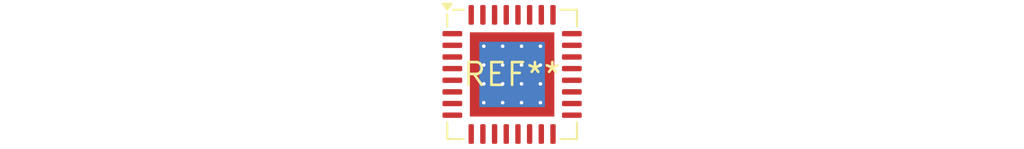
<source format=kicad_pcb>
(kicad_pcb (version 20240108) (generator pcbnew)
  (layers (0 "F.Cu" signal) (31 "B.Cu" signal) (34 "B.Paste" user) (35 "F.Paste" user) (36 "B.SilkS" user "B.Silkscreen") (37 "F.SilkS" user "F.Silkscreen") (38 "B.Mask" user) (39 "F.Mask" user) (44 "Edge.Cuts" user))
  (net 0 "")
  (footprint "QFN-32-1EP_7x7mm_P0.65mm_EP4.7x4.7mm_ThermalVias" (layer "F.Cu") (at 0 0)
    (property "Reference" "REF**")
    (property "Value" "QFN-32-1EP_7x7mm_P0.65mm_EP4.7x4.7mm_ThermalVias")
    (fp_line (start -3.61 -2.685) (end -3.61 -3.37) (layer "F.SilkS") (stroke (width 0.12)))
    (fp_line (start -3.61 3.61) (end -3.61 2.685) (layer "F.SilkS") (stroke (width 0.12)))
    (fp_line (start -2.685 -3.61) (end -3.31 -3.61) (layer "F.SilkS") (stroke (width 0.12)))
    (fp_line (start -2.685 3.61) (end -3.61 3.61) (layer "F.SilkS") (stroke (width 0.12)))
    (fp_line (start 2.685 -3.61) (end 3.61 -3.61) (layer "F.SilkS") (stroke (width 0.12)))
    (fp_line (start 2.685 3.61) (end 3.61 3.61) (layer "F.SilkS") (stroke (width 0.12)))
    (fp_line (start 3.61 -3.61) (end 3.61 -2.685) (layer "F.SilkS") (stroke (width 0.12)))
    (fp_line (start 3.61 3.61) (end 3.61 2.685) (layer "F.SilkS") (stroke (width 0.12)))
    (fp_poly (pts (xy -3.61 -3.61) (xy -3.85 -3.94) (xy -3.37 -3.94) (xy -3.61 -3.61)) (layer "F.SilkS") (stroke (width 0.12)) (fill solid))
    (pad "1" smd roundrect (at -3.325 -2.275) (size 1.1 0.3) (layers "F.Cu" "F.Paste" "F.Mask"))
    (pad "2" smd roundrect (at -3.325 -1.625) (size 1.1 0.3) (layers "F.Cu" "F.Paste" "F.Mask"))
    (pad "3" smd roundrect (at -3.325 -0.975) (size 1.1 0.3) (layers "F.Cu" "F.Paste" "F.Mask"))
    (pad "4" smd roundrect (at -3.325 -0.325) (size 1.1 0.3) (layers "F.Cu" "F.Paste" "F.Mask"))
    (pad "5" smd roundrect (at -3.325 0.325) (size 1.1 0.3) (layers "F.Cu" "F.Paste" "F.Mask"))
    (pad "6" smd roundrect (at -3.325 0.975) (size 1.1 0.3) (layers "F.Cu" "F.Paste" "F.Mask"))
    (pad "7" smd roundrect (at -3.325 1.625) (size 1.1 0.3) (layers "F.Cu" "F.Paste" "F.Mask"))
    (pad "8" smd roundrect (at -3.325 2.275) (size 1.1 0.3) (layers "F.Cu" "F.Paste" "F.Mask"))
    (pad "9" smd roundrect (at -2.275 3.325) (size 0.3 1.1) (layers "F.Cu" "F.Paste" "F.Mask"))
    (pad "10" smd roundrect (at -1.625 3.325) (size 0.3 1.1) (layers "F.Cu" "F.Paste" "F.Mask"))
    (pad "11" smd roundrect (at -0.975 3.325) (size 0.3 1.1) (layers "F.Cu" "F.Paste" "F.Mask"))
    (pad "12" smd roundrect (at -0.325 3.325) (size 0.3 1.1) (layers "F.Cu" "F.Paste" "F.Mask"))
    (pad "13" smd roundrect (at 0.325 3.325) (size 0.3 1.1) (layers "F.Cu" "F.Paste" "F.Mask"))
    (pad "14" smd roundrect (at 0.975 3.325) (size 0.3 1.1) (layers "F.Cu" "F.Paste" "F.Mask"))
    (pad "15" smd roundrect (at 1.625 3.325) (size 0.3 1.1) (layers "F.Cu" "F.Paste" "F.Mask"))
    (pad "16" smd roundrect (at 2.275 3.325) (size 0.3 1.1) (layers "F.Cu" "F.Paste" "F.Mask"))
    (pad "17" smd roundrect (at 3.325 2.275) (size 1.1 0.3) (layers "F.Cu" "F.Paste" "F.Mask"))
    (pad "18" smd roundrect (at 3.325 1.625) (size 1.1 0.3) (layers "F.Cu" "F.Paste" "F.Mask"))
    (pad "19" smd roundrect (at 3.325 0.975) (size 1.1 0.3) (layers "F.Cu" "F.Paste" "F.Mask"))
    (pad "20" smd roundrect (at 3.325 0.325) (size 1.1 0.3) (layers "F.Cu" "F.Paste" "F.Mask"))
    (pad "21" smd roundrect (at 3.325 -0.325) (size 1.1 0.3) (layers "F.Cu" "F.Paste" "F.Mask"))
    (pad "22" smd roundrect (at 3.325 -0.975) (size 1.1 0.3) (layers "F.Cu" "F.Paste" "F.Mask"))
    (pad "23" smd roundrect (at 3.325 -1.625) (size 1.1 0.3) (layers "F.Cu" "F.Paste" "F.Mask"))
    (pad "24" smd roundrect (at 3.325 -2.275) (size 1.1 0.3) (layers "F.Cu" "F.Paste" "F.Mask"))
    (pad "25" smd roundrect (at 2.275 -3.325) (size 0.3 1.1) (layers "F.Cu" "F.Paste" "F.Mask"))
    (pad "26" smd roundrect (at 1.625 -3.325) (size 0.3 1.1) (layers "F.Cu" "F.Paste" "F.Mask"))
    (pad "27" smd roundrect (at 0.975 -3.325) (size 0.3 1.1) (layers "F.Cu" "F.Paste" "F.Mask"))
    (pad "28" smd roundrect (at 0.325 -3.325) (size 0.3 1.1) (layers "F.Cu" "F.Paste" "F.Mask"))
    (pad "29" smd roundrect (at -0.325 -3.325) (size 0.3 1.1) (layers "F.Cu" "F.Paste" "F.Mask"))
    (pad "30" smd roundrect (at -0.975 -3.325) (size 0.3 1.1) (layers "F.Cu" "F.Paste" "F.Mask"))
    (pad "31" smd roundrect (at -1.625 -3.325) (size 0.3 1.1) (layers "F.Cu" "F.Paste" "F.Mask"))
    (pad "32" smd roundrect (at -2.275 -3.325) (size 0.3 1.1) (layers "F.Cu" "F.Paste" "F.Mask"))
    (pad "33" thru_hole circle (at -1.575 -1.575) (size 0.5 0.5) (drill 0.2) (property pad_prop_heatsink) (layers *.Cu) (remove_unused_layers))
    (pad "33" thru_hole circle (at -1.575 -0.525) (size 0.5 0.5) (drill 0.2) (property pad_prop_heatsink) (layers *.Cu) (remove_unused_layers))
    (pad "33" thru_hole circle (at -1.575 0.525) (size 0.5 0.5) (drill 0.2) (property pad_prop_heatsink) (layers *.Cu) (remove_unused_layers))
    (pad "33" thru_hole circle (at -1.575 1.575) (size 0.5 0.5) (drill 0.2) (property pad_prop_heatsink) (layers *.Cu) (remove_unused_layers))
    (pad "33" thru_hole circle (at -0.525 -1.575) (size 0.5 0.5) (drill 0.2) (property pad_prop_heatsink) (layers *.Cu) (remove_unused_layers))
    (pad "33" thru_hole circle (at -0.525 -0.525) (size 0.5 0.5) (drill 0.2) (property pad_prop_heatsink) (layers *.Cu) (remove_unused_layers))
    (pad "33" thru_hole circle (at -0.525 0.525) (size 0.5 0.5) (drill 0.2) (property pad_prop_heatsink) (layers *.Cu) (remove_unused_layers))
    (pad "33" thru_hole circle (at -0.525 1.575) (size 0.5 0.5) (drill 0.2) (property pad_prop_heatsink) (layers *.Cu) (remove_unused_layers))
    (pad "33" smd rect (at 0 0) (size 3.65 3.65) (property pad_prop_heatsink) (layers "B.Cu"))
    (pad "33" smd rect (at 0 0) (size 4.7 4.7) (property pad_prop_heatsink) (layers "F.Cu" "F.Mask"))
    (pad "33" thru_hole circle (at 0.525 -1.575) (size 0.5 0.5) (drill 0.2) (property pad_prop_heatsink) (layers *.Cu) (remove_unused_layers))
    (pad "33" thru_hole circle (at 0.525 -0.525) (size 0.5 0.5) (drill 0.2) (property pad_prop_heatsink) (layers *.Cu) (remove_unused_layers))
    (pad "33" thru_hole circle (at 0.525 0.525) (size 0.5 0.5) (drill 0.2) (property pad_prop_heatsink) (layers *.Cu) (remove_unused_layers))
    (pad "33" thru_hole circle (at 0.525 1.575) (size 0.5 0.5) (drill 0.2) (property pad_prop_heatsink) (layers *.Cu) (remove_unused_layers))
    (pad "33" thru_hole circle (at 1.575 -1.575) (size 0.5 0.5) (drill 0.2) (property pad_prop_heatsink) (layers *.Cu) (remove_unused_layers))
    (pad "33" thru_hole circle (at 1.575 -0.525) (size 0.5 0.5) (drill 0.2) (property pad_prop_heatsink) (layers *.Cu) (remove_unused_layers))
    (pad "33" thru_hole circle (at 1.575 0.525) (size 0.5 0.5) (drill 0.2) (property pad_prop_heatsink) (layers *.Cu) (remove_unused_layers))
    (pad "33" thru_hole circle (at 1.575 1.575) (size 0.5 0.5) (drill 0.2) (property pad_prop_heatsink) (layers *.Cu) (remove_unused_layers))
  )
)
</source>
